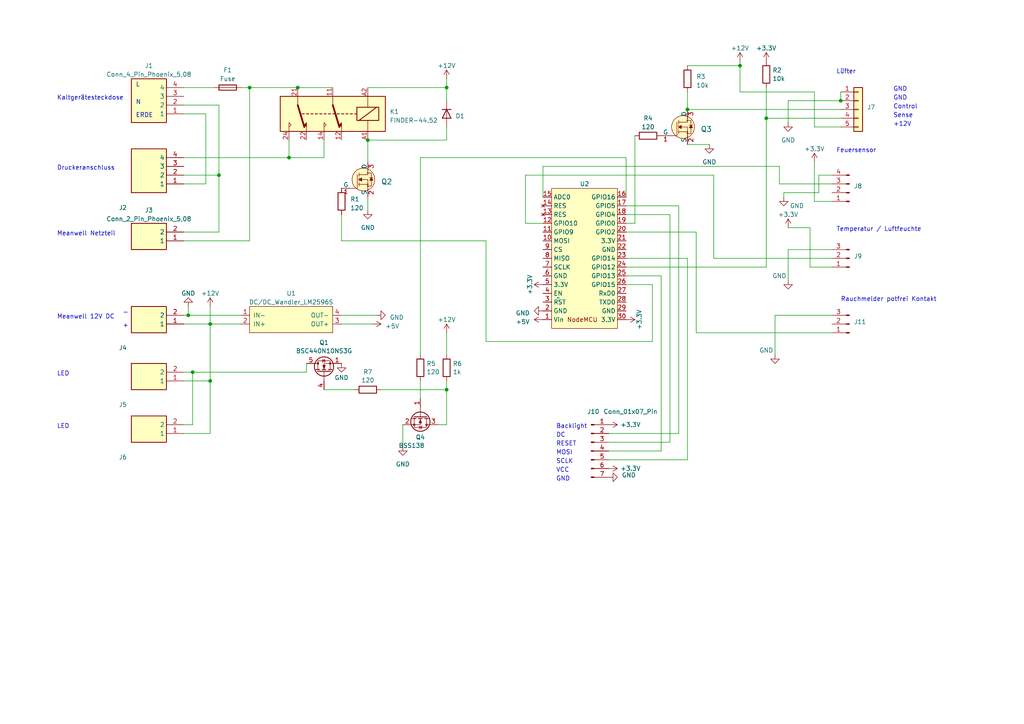
<source format=kicad_sch>
(kicad_sch (version 20230121) (generator eeschema)
  (paper "A4")
  (lib_symbols
    (symbol "1_ene9ba_Library:Conn_01x03_Pin" (pin_names (offset 1.016) hide)
      (property "Reference" "J" (at 0 5.08 0))
      (property "Value" "Conn_01x03_Pin" (at 0 -5.08 0))
      (symbol "Conn_01x03_Pin_1_1"
        (polyline (pts (xy 1.27 -2.54) (xy 0.8636 -2.54)) (stroke (width 0.1524)))
        (polyline (pts (xy 1.27 0) (xy 0.8636 0)) (stroke (width 0.1524)))
        (polyline (pts (xy 1.27 2.54) (xy 0.8636 2.54)) (stroke (width 0.1524)))
        (rectangle (start 0.8636 -2.413) (end 0 -2.667) (stroke (width 0.1524)) (fill (type outline)))
        (rectangle (start 0.8636 0.127) (end 0 -0.127) (stroke (width 0.1524)) (fill (type outline)))
        (rectangle (start 0.8636 2.667) (end 0 2.413) (stroke (width 0.1524)) (fill (type outline)))
        (pin passive line (at 5.08 2.54 180) (length 3.81) (name "Pin_1") (number "1"))
        (pin passive line (at 5.08 0 180) (length 3.81) (name "Pin_2") (number "2"))
        (pin passive line (at 5.08 -2.54 180) (length 3.81) (name "Pin_3") (number "3"))
      )
    )
    (symbol "1_ene9ba_Library:Conn_01x04_Pin_JST-XHP" (pin_names (offset 1.016) hide)
      (property "Reference" "J" (at 0 5.08 0))
      (property "Value" "Conn_01x04_Pin_JST-XHP" (at 0 -7.62 0))
      (symbol "Conn_01x04_Pin_JST-XHP_1_1"
        (polyline (pts (xy 1.27 -5.08) (xy 0.8636 -5.08)) (stroke (width 0.1524)))
        (polyline (pts (xy 1.27 -2.54) (xy 0.8636 -2.54)) (stroke (width 0.1524)))
        (polyline (pts (xy 1.27 0) (xy 0.8636 0)) (stroke (width 0.1524)))
        (polyline (pts (xy 1.27 2.54) (xy 0.8636 2.54)) (stroke (width 0.1524)))
        (rectangle (start 0.8636 -4.953) (end 0 -5.207) (stroke (width 0.1524)) (fill (type outline)))
        (rectangle (start 0.8636 -2.413) (end 0 -2.667) (stroke (width 0.1524)) (fill (type outline)))
        (rectangle (start 0.8636 0.127) (end 0 -0.127) (stroke (width 0.1524)) (fill (type outline)))
        (rectangle (start 0.8636 2.667) (end 0 2.413) (stroke (width 0.1524)) (fill (type outline)))
        (pin passive line (at 5.08 2.54 180) (length 3.81) (name "Pin_1") (number "1"))
        (pin passive line (at 5.08 0 180) (length 3.81) (name "Pin_2") (number "2"))
        (pin passive line (at 5.08 -2.54 180) (length 3.81) (name "Pin_3") (number "3"))
        (pin passive line (at 5.08 -5.08 180) (length 3.81) (name "Pin_4") (number "4"))
      )
    )
    (symbol "1_ene9ba_Library:Conn_01x07_Pin" (pin_names (offset 1.016) hide)
      (property "Reference" "J" (at 0 10.16 0))
      (property "Value" "Conn_01x07_Pin" (at 0 -10.16 0))
      (symbol "Conn_01x07_Pin_1_1"
        (polyline (pts (xy 1.27 -7.62) (xy 0.8636 -7.62)) (stroke (width 0.1524)))
        (polyline (pts (xy 1.27 -5.08) (xy 0.8636 -5.08)) (stroke (width 0.1524)))
        (polyline (pts (xy 1.27 -2.54) (xy 0.8636 -2.54)) (stroke (width 0.1524)))
        (polyline (pts (xy 1.27 0) (xy 0.8636 0)) (stroke (width 0.1524)))
        (polyline (pts (xy 1.27 2.54) (xy 0.8636 2.54)) (stroke (width 0.1524)))
        (polyline (pts (xy 1.27 5.08) (xy 0.8636 5.08)) (stroke (width 0.1524)))
        (polyline (pts (xy 1.27 7.62) (xy 0.8636 7.62)) (stroke (width 0.1524)))
        (rectangle (start 0.8636 -7.493) (end 0 -7.747) (stroke (width 0.1524)) (fill (type outline)))
        (rectangle (start 0.8636 -4.953) (end 0 -5.207) (stroke (width 0.1524)) (fill (type outline)))
        (rectangle (start 0.8636 -2.413) (end 0 -2.667) (stroke (width 0.1524)) (fill (type outline)))
        (rectangle (start 0.8636 0.127) (end 0 -0.127) (stroke (width 0.1524)) (fill (type outline)))
        (rectangle (start 0.8636 2.667) (end 0 2.413) (stroke (width 0.1524)) (fill (type outline)))
        (rectangle (start 0.8636 5.207) (end 0 4.953) (stroke (width 0.1524)) (fill (type outline)))
        (rectangle (start 0.8636 7.747) (end 0 7.493) (stroke (width 0.1524)) (fill (type outline)))
        (pin passive line (at 5.08 7.62 180) (length 3.81) (name "Pin_1") (number "1"))
        (pin passive line (at 5.08 5.08 180) (length 3.81) (name "Pin_2") (number "2"))
        (pin passive line (at 5.08 2.54 180) (length 3.81) (name "Pin_3") (number "3"))
        (pin passive line (at 5.08 0 180) (length 3.81) (name "Pin_4") (number "4"))
        (pin passive line (at 5.08 -2.54 180) (length 3.81) (name "Pin_5") (number "5"))
        (pin passive line (at 5.08 -5.08 180) (length 3.81) (name "Pin_6") (number "6"))
        (pin passive line (at 5.08 -7.62 180) (length 3.81) (name "Pin_7") (number "7"))
      )
    )
    (symbol "1_ene9ba_Library:Conn_2_Pin_Phoenix_5,08"
      (property "Reference" "J" (at 16.51 7.62 0))
      (property "Value" "Conn_2_Pin_Phoenix_5,08" (at 16.51 5.08 0))
      (symbol "Conn_2_Pin_Phoenix_5,08_1_1"
        (rectangle (start 5.08 2.54) (end 15.24 -5.08) (stroke (width 0.254)) (fill (type background)))
        (pin passive line (at 0 0 0) (length 5.08) (name "1") (number "1"))
        (pin passive line (at 0 -2.54 0) (length 5.08) (name "2") (number "2"))
      )
    )
    (symbol "1_ene9ba_Library:Conn_4_Pin_Phoenix_5,08"
      (property "Reference" "J" (at 16.51 7.62 0))
      (property "Value" "Conn_4_Pin_Phoenix_5,08" (at 16.51 5.08 0))
      (symbol "Conn_4_Pin_Phoenix_5,08_1_1"
        (rectangle (start 5.08 2.54) (end 15.24 -10.16) (stroke (width 0.254)) (fill (type background)))
        (pin passive line (at 0 0 0) (length 5.08) (name "1") (number "1"))
        (pin passive line (at 0 -2.54 0) (length 5.08) (name "2") (number "2"))
        (pin passive line (at 0 -5.08 0) (length 5.08) (name "3") (number "3"))
        (pin passive line (at 0 -7.62 0) (length 5.08) (name "4") (number "4"))
      )
    )
    (symbol "1_ene9ba_Library:DC/DC_Wandler_LM2596S" (pin_names (offset 1.016))
      (property "Reference" "U" (at 0 0 0))
      (property "Value" "DC/DC_Wandler_LM2596S" (at 0 -2.54 0))
      (symbol "DC/DC_Wandler_LM2596S_1_1"
        (rectangle (start -11.43 10.16) (end 12.7 2.54) (fill (type background)))
        (pin power_in line (at 15.24 5.08 180) (length 2.54) (name "IN-") (number "1"))
        (pin power_in line (at 15.24 7.62 180) (length 2.54) (name "IN+") (number "2"))
        (pin power_out line (at -13.97 7.62 0) (length 2.54) (name "OUT+") (number "3"))
        (pin power_out line (at -13.97 5.08 0) (length 2.54) (name "OUT-") (number "4"))
      )
    )
    (symbol "1_ene9ba_Library:FINDER-44.52"
      (property "Reference" "K" (at 16.51 3.81 0))
      (property "Value" "FINDER-44.52" (at 16.51 1.27 0))
      (symbol "FINDER-44.52_0_1"
        (rectangle (start -15.24 5.08) (end 15.24 -5.08) (stroke (width 0.254)) (fill (type background)))
        (rectangle (start -13.335 1.905) (end -6.985 -1.905) (stroke (width 0.254)))
        (polyline (pts (xy -12.7 -1.905) (xy -7.62 1.905)) (stroke (width 0.254)))
        (polyline (pts (xy -10.16 -5.08) (xy -10.16 -1.905)))
        (polyline (pts (xy -10.16 5.08) (xy -10.16 1.905)))
        (polyline (pts (xy -6.985 0) (xy -6.35 0)) (stroke (width 0.254)))
        (polyline (pts (xy -5.715 0) (xy -5.08 0)) (stroke (width 0.254)))
        (polyline (pts (xy -4.445 0) (xy -3.81 0)) (stroke (width 0.254)))
        (polyline (pts (xy -3.175 0) (xy -2.54 0)) (stroke (width 0.254)))
        (polyline (pts (xy -1.905 0) (xy -1.27 0)) (stroke (width 0.254)))
        (polyline (pts (xy -0.635 0) (xy 0 0)) (stroke (width 0.254)))
        (polyline (pts (xy 0 -2.54) (xy -1.905 3.81)) (stroke (width 0.508)))
        (polyline (pts (xy 0 -2.54) (xy 0 -5.08)))
        (polyline (pts (xy 0.635 0) (xy 1.27 0)) (stroke (width 0.254)))
        (polyline (pts (xy 1.905 0) (xy 2.54 0)) (stroke (width 0.254)))
        (polyline (pts (xy 3.175 0) (xy 3.81 0)) (stroke (width 0.254)))
        (polyline (pts (xy 4.445 0) (xy 5.08 0)) (stroke (width 0.254)))
        (polyline (pts (xy 5.715 0) (xy 6.35 0)) (stroke (width 0.254)))
        (polyline (pts (xy 6.985 0) (xy 7.62 0)) (stroke (width 0.254)))
        (polyline (pts (xy 8.255 0) (xy 8.89 0)) (stroke (width 0.254)))
        (polyline (pts (xy 10.16 -2.54) (xy 8.255 3.81)) (stroke (width 0.508)))
        (polyline (pts (xy 10.16 -2.54) (xy 10.16 -5.08)))
        (polyline (pts (xy -2.54 5.08) (xy -2.54 2.54) (xy -1.905 3.175) (xy -2.54 3.81)) (fill (type outline)))
        (polyline (pts (xy 2.54 5.08) (xy 2.54 2.54) (xy 1.905 3.175) (xy 2.54 3.81)))
        (polyline (pts (xy 7.62 5.08) (xy 7.62 2.54) (xy 8.255 3.175) (xy 7.62 3.81)) (fill (type outline)))
        (polyline (pts (xy 12.7 5.08) (xy 12.7 2.54) (xy 12.065 3.175) (xy 12.7 3.81)))
      )
      (symbol "FINDER-44.52_1_1"
        (pin passive line (at 0 -7.62 90) (length 2.54) (name "~") (number "11"))
        (pin passive line (at -2.54 7.62 270) (length 2.54) (name "~") (number "12"))
        (pin passive line (at 2.54 7.62 270) (length 2.54) (name "~") (number "14"))
        (pin passive line (at 10.16 -7.62 90) (length 2.54) (name "~") (number "21"))
        (pin passive line (at 7.62 7.62 270) (length 2.54) (name "~") (number "22"))
        (pin passive line (at 12.7 7.62 270) (length 2.54) (name "~") (number "24"))
        (pin passive line (at -10.16 7.62 270) (length 2.54) (name "~") (number "A1"))
        (pin passive line (at -10.16 -7.62 90) (length 2.54) (name "~") (number "A2"))
      )
    )
    (symbol "1_ene9ba_Library:Fuse" (pin_numbers hide) (pin_names (offset 0))
      (property "Reference" "F" (at 2.032 0 90))
      (property "Value" "Fuse" (at -3.81 0 90))
      (symbol "Fuse_0_1"
        (rectangle (start -0.762 -2.54) (end 0.762 2.54) (stroke (width 0.254)))
        (polyline (pts (xy 0 2.54) (xy 0 -2.54)))
      )
      (symbol "Fuse_1_1"
        (pin passive line (at 0 3.81 270) (length 1.27) (name "~") (number "1"))
        (pin passive line (at 0 -3.81 90) (length 1.27) (name "~") (number "2"))
      )
    )
    (symbol "1_ene9ba_Library:IRLML2402TRPBF" (pin_names (offset 0))
      (property "Reference" "Q" (at -2.6924 3.6322 0))
      (property "Value" "IRLML2402TRPBF" (at 3.4544 0 90))
      (symbol "IRLML2402TRPBF_0_1"
        (circle (center -1.27 0) (radius 3.302) (fill (type background)))
        (circle (center 0 -1.905) (radius 0.127))
        (circle (center 0 -1.397) (radius 0.127))
        (polyline (pts (xy 0 -1.397) (xy -2.54 -1.397)))
        (polyline (pts (xy -5.08 -2.54) (xy -3.048 -2.54) (xy -3.048 1.397)))
        (polyline (pts (xy 0 -2.54) (xy 0 0) (xy -2.54 0)))
        (polyline (pts (xy 0 2.54) (xy 0 1.397) (xy -2.54 1.397)))
        (polyline (pts (xy -0.127 -1.905) (xy 1.016 -1.905) (xy 1.016 1.397) (xy 1.016 1.905) (xy -0.127 1.905)))
        (circle (center 0 1.905) (radius 0.127))
      )
      (symbol "IRLML2402TRPBF_1_1"
        (polyline (pts (xy -2.54 -1.397) (xy -2.54 -1.905)))
        (polyline (pts (xy -2.54 -1.397) (xy -2.54 -0.889)))
        (polyline (pts (xy -2.54 0) (xy -2.54 -0.508)))
        (polyline (pts (xy -2.54 0) (xy -2.54 0.508)))
        (polyline (pts (xy -2.54 1.905) (xy -2.54 0.889)))
        (polyline (pts (xy 1.524 0.508) (xy 0.508 0.508)))
        (polyline (pts (xy -2.54 0) (xy -1.778 0.508) (xy -1.778 -0.508) (xy -2.54 0)) (fill (type outline)))
        (polyline (pts (xy 1.016 0.508) (xy 0.508 -0.254) (xy 1.524 -0.254) (xy 1.016 0.508)) (fill (type outline)))
        (pin bidirectional line (at -7.62 -2.54 0) (length 2.54) (name "G") (number "1"))
        (pin bidirectional line (at 0 -5.08 90) (length 2.54) (name "S") (number "2"))
        (pin bidirectional line (at 0 5.08 270) (length 2.54) (name "D") (number "3"))
      )
    )
    (symbol "1_ene9ba_Library:NodeMCU"
      (property "Reference" "U" (at -11.43 -22.86 0))
      (symbol "NodeMCU_1_1"
        (rectangle (start -17.78 11.43) (end 1.27 -29.21) (fill (type background)))
        (text "NodeMCU" (at -8.89 -26.67 0) (effects (font (size 1.27 1.27))))
        (pin power_in line (at -20.32 -26.67 0) (length 2.54) (name "Vin") (number "1"))
        (pin output line (at -20.32 -3.81 0) (length 2.54) (name "MOSI") (number "10"))
        (pin bidirectional line (at -20.32 -1.27 0) (length 2.54) (name "GPIO9") (number "11"))
        (pin bidirectional line (at -20.32 1.27 0) (length 2.54) (name "GPIO10") (number "12"))
        (pin no_connect line (at -20.32 3.81 0) (length 2.54) (name "RES") (number "13"))
        (pin no_connect line (at -20.32 6.35 0) (length 2.54) (name "RES") (number "14"))
        (pin input line (at -20.32 8.89 0) (length 2.54) (name "ADC0") (number "15"))
        (pin bidirectional line (at 3.81 8.89 180) (length 2.54) (name "GPIO16") (number "16"))
        (pin bidirectional line (at 3.81 6.35 180) (length 2.54) (name "GPIO5") (number "17"))
        (pin bidirectional line (at 3.81 3.81 180) (length 2.54) (name "GPIO4") (number "18"))
        (pin bidirectional line (at 3.81 1.27 180) (length 2.54) (name "GPIO0") (number "19"))
        (pin power_in line (at -20.32 -24.13 0) (length 2.54) (name "GND") (number "2"))
        (pin bidirectional line (at 3.81 -1.27 180) (length 2.54) (name "GPIO2") (number "20"))
        (pin power_in line (at 3.81 -3.81 180) (length 2.54) (name "3.3V") (number "21"))
        (pin power_in line (at 3.81 -6.35 180) (length 2.54) (name "GND") (number "22"))
        (pin bidirectional line (at 3.81 -8.89 180) (length 2.54) (name "GPIO14") (number "23"))
        (pin bidirectional line (at 3.81 -11.43 180) (length 2.54) (name "GPIO12") (number "24"))
        (pin bidirectional line (at 3.81 -13.97 180) (length 2.54) (name "GPIO13") (number "25"))
        (pin bidirectional line (at 3.81 -16.51 180) (length 2.54) (name "GPIO15") (number "26"))
        (pin input line (at 3.81 -19.05 180) (length 2.54) (name "RxD0") (number "27"))
        (pin output line (at 3.81 -21.59 180) (length 2.54) (name "TXD0") (number "28"))
        (pin power_in line (at 3.81 -24.13 180) (length 2.54) (name "GND") (number "29"))
        (pin input line (at -20.32 -21.59 0) (length 2.54) (name "RST") (number "3"))
        (pin power_in line (at 3.81 -26.67 180) (length 2.54) (name "3.3V") (number "30"))
        (pin input line (at -20.32 -19.05 0) (length 2.54) (name "EN") (number "4"))
        (pin power_in line (at -20.32 -16.51 0) (length 2.54) (name "3.3V") (number "5"))
        (pin power_in line (at -20.32 -13.97 0) (length 2.54) (name "GND") (number "6"))
        (pin output line (at -20.32 -11.43 0) (length 2.54) (name "SCLK") (number "7"))
        (pin input line (at -20.32 -8.89 0) (length 2.54) (name "MISO") (number "8"))
        (pin output line (at -20.32 -6.35 0) (length 2.54) (name "CS") (number "9"))
      )
    )
    (symbol "1_ene9ba_Library:R" (pin_numbers hide) (pin_names (offset 0))
      (property "Reference" "R" (at 2.032 0 90))
      (property "Value" "R" (at 0 0 90))
      (symbol "R_0_1"
        (rectangle (start -1.016 -2.54) (end 1.016 2.54) (stroke (width 0.254)))
      )
      (symbol "R_1_1"
        (pin passive line (at 0 3.81 270) (length 1.27) (name "~") (number "1"))
        (pin passive line (at 0 -3.81 90) (length 1.27) (name "~") (number "2"))
      )
    )
    (symbol "1_ene9ba_Library:Shottky_MBRS 1100 SMD" (pin_numbers hide) (pin_names hide)
      (property "Reference" "D" (at 0 2.54 0))
      (property "Value" "MBRS 1100 SMD Schottkydiode, 100 V, 1 A, DO-214AA" (at 0 -2.54 0))
      (symbol "Shottky_MBRS 1100 SMD_0_1"
        (polyline (pts (xy -1.27 1.27) (xy -1.27 -1.27)) (stroke (width 0.254)))
        (polyline (pts (xy 1.27 0) (xy -1.27 0)))
        (polyline (pts (xy 1.27 1.27) (xy 1.27 -1.27) (xy -1.27 0) (xy 1.27 1.27)) (stroke (width 0.254)))
      )
      (symbol "Shottky_MBRS 1100 SMD_1_1"
        (pin passive line (at -3.81 0 0) (length 2.54) (name "K") (number "1"))
        (pin passive line (at 3.81 0 180) (length 2.54) (name "A") (number "2"))
      )
    )
    (symbol "Conn_2_Pin_Phoenix_5,08_1"
      (property "Reference" "J" (at 16.51 7.62 0))
      (property "Value" "Conn_2_Pin_Phoenix_5,08" (at 16.51 5.08 0))
      (symbol "Conn_2_Pin_Phoenix_5,08_1_1_1"
        (rectangle (start 5.08 2.54) (end 15.24 -5.08) (stroke (width 0.254)) (fill (type background)))
        (pin passive line (at 0 0 0) (length 5.08) (name "1") (number "1"))
        (pin passive line (at 0 -2.54 0) (length 5.08) (name "2") (number "2"))
      )
    )
    (symbol "Conn_2_Pin_Phoenix_5,08_2"
      (property "Reference" "J" (at 16.51 7.62 0))
      (property "Value" "Conn_2_Pin_Phoenix_5,08" (at 16.51 5.08 0))
      (symbol "Conn_2_Pin_Phoenix_5,08_2_1_1"
        (rectangle (start 5.08 2.54) (end 15.24 -5.08) (stroke (width 0.254)) (fill (type background)))
        (pin passive line (at 0 0 0) (length 5.08) (name "1") (number "1"))
        (pin passive line (at 0 -2.54 0) (length 5.08) (name "2") (number "2"))
      )
    )
    (symbol "Conn_2_Pin_Phoenix_5,08_3"
      (property "Reference" "J" (at 16.51 7.62 0))
      (property "Value" "Conn_2_Pin_Phoenix_5,08" (at 16.51 5.08 0))
      (symbol "Conn_2_Pin_Phoenix_5,08_3_1_1"
        (rectangle (start 5.08 2.54) (end 15.24 -5.08) (stroke (width 0.254)) (fill (type background)))
        (pin passive line (at 0 0 0) (length 5.08) (name "1") (number "1"))
        (pin passive line (at 0 -2.54 0) (length 5.08) (name "2") (number "2"))
      )
    )
    (symbol "Connector_Generic:Conn_01x05" (pin_names (offset 1.016) hide)
      (property "Reference" "J" (at 0 7.62 0))
      (property "Value" "Conn_01x05" (at 0 -7.62 0))
      (symbol "Conn_01x05_1_1"
        (rectangle (start -1.27 -4.953) (end 0 -5.207) (stroke (width 0.1524)))
        (rectangle (start -1.27 -2.413) (end 0 -2.667) (stroke (width 0.1524)))
        (rectangle (start -1.27 0.127) (end 0 -0.127) (stroke (width 0.1524)))
        (rectangle (start -1.27 2.667) (end 0 2.413) (stroke (width 0.1524)))
        (rectangle (start -1.27 5.207) (end 0 4.953) (stroke (width 0.1524)))
        (rectangle (start -1.27 6.35) (end 1.27 -6.35) (stroke (width 0.254)) (fill (type background)))
        (pin passive line (at -5.08 5.08 0) (length 3.81) (name "Pin_1") (number "1"))
        (pin passive line (at -5.08 2.54 0) (length 3.81) (name "Pin_2") (number "2"))
        (pin passive line (at -5.08 0 0) (length 3.81) (name "Pin_3") (number "3"))
        (pin passive line (at -5.08 -2.54 0) (length 3.81) (name "Pin_4") (number "4"))
        (pin passive line (at -5.08 -5.08 0) (length 3.81) (name "Pin_5") (number "5"))
      )
    )
    (symbol "Transistor_FET:BSC440N10NS3G" (pin_names hide)
      (property "Reference" "Q" (at 5.08 1.905 0))
      (property "Value" "BSC440N10NS3G" (at 5.08 0 0))
      (symbol "BSC440N10NS3G_0_1"
        (polyline (pts (xy 0.254 0) (xy -2.54 0)))
        (polyline (pts (xy 0.254 1.905) (xy 0.254 -1.905)) (stroke (width 0.254)))
        (polyline (pts (xy 0.762 -1.27) (xy 0.762 -2.286)) (stroke (width 0.254)))
        (polyline (pts (xy 0.762 0.508) (xy 0.762 -0.508)) (stroke (width 0.254)))
        (polyline (pts (xy 0.762 2.286) (xy 0.762 1.27)) (stroke (width 0.254)))
        (polyline (pts (xy 2.54 2.54) (xy 2.54 1.778)))
        (polyline (pts (xy 2.54 -2.54) (xy 2.54 0) (xy 0.762 0)))
        (polyline (pts (xy 0.762 -1.778) (xy 3.302 -1.778) (xy 3.302 1.778) (xy 0.762 1.778)))
        (polyline (pts (xy 1.016 0) (xy 2.032 0.381) (xy 2.032 -0.381) (xy 1.016 0)) (fill (type outline)))
        (polyline (pts (xy 2.794 0.508) (xy 2.921 0.381) (xy 3.683 0.381) (xy 3.81 0.254)))
        (polyline (pts (xy 3.302 0.381) (xy 2.921 -0.254) (xy 3.683 -0.254) (xy 3.302 0.381)))
        (circle (center 1.651 0) (radius 2.794) (stroke (width 0.254)))
        (circle (center 2.54 -1.778) (radius 0.254) (fill (type outline)))
        (circle (center 2.54 1.778) (radius 0.254) (fill (type outline)))
      )
      (symbol "BSC440N10NS3G_1_1"
        (pin passive line (at 2.54 -5.08 90) (length 2.54) (name "S") (number "1"))
        (pin passive line (at 2.54 -5.08 90) (length 2.54) hide (name "S") (number "2"))
        (pin passive line (at 2.54 -5.08 90) (length 2.54) hide (name "S") (number "3"))
        (pin passive line (at -5.08 0 0) (length 2.54) (name "G") (number "4"))
        (pin passive line (at 2.54 5.08 270) (length 2.54) (name "D") (number "5"))
      )
    )
    (symbol "Transistor_FET:BSS138" (pin_names hide)
      (property "Reference" "Q" (at 5.08 1.905 0))
      (property "Value" "BSS138" (at 5.08 0 0))
      (symbol "BSS138_0_1"
        (polyline (pts (xy 0.254 0) (xy -2.54 0)))
        (polyline (pts (xy 0.254 1.905) (xy 0.254 -1.905)) (stroke (width 0.254)))
        (polyline (pts (xy 0.762 -1.27) (xy 0.762 -2.286)) (stroke (width 0.254)))
        (polyline (pts (xy 0.762 0.508) (xy 0.762 -0.508)) (stroke (width 0.254)))
        (polyline (pts (xy 0.762 2.286) (xy 0.762 1.27)) (stroke (width 0.254)))
        (polyline (pts (xy 2.54 2.54) (xy 2.54 1.778)))
        (polyline (pts (xy 2.54 -2.54) (xy 2.54 0) (xy 0.762 0)))
        (polyline (pts (xy 0.762 -1.778) (xy 3.302 -1.778) (xy 3.302 1.778) (xy 0.762 1.778)))
        (polyline (pts (xy 1.016 0) (xy 2.032 0.381) (xy 2.032 -0.381) (xy 1.016 0)) (fill (type outline)))
        (polyline (pts (xy 2.794 0.508) (xy 2.921 0.381) (xy 3.683 0.381) (xy 3.81 0.254)))
        (polyline (pts (xy 3.302 0.381) (xy 2.921 -0.254) (xy 3.683 -0.254) (xy 3.302 0.381)))
        (circle (center 1.651 0) (radius 2.794) (stroke (width 0.254)))
        (circle (center 2.54 -1.778) (radius 0.254) (fill (type outline)))
        (circle (center 2.54 1.778) (radius 0.254) (fill (type outline)))
      )
      (symbol "BSS138_1_1"
        (pin input line (at -5.08 0 0) (length 2.54) (name "G") (number "1"))
        (pin passive line (at 2.54 -5.08 90) (length 2.54) (name "S") (number "2"))
        (pin passive line (at 2.54 5.08 270) (length 2.54) (name "D") (number "3"))
      )
    )
    (symbol "power:+12V" (power) (pin_names (offset 0))
      (property "Value" "+12V" (at 0 3.556 0))
      (symbol "+12V_0_1"
        (polyline (pts (xy -0.762 1.27) (xy 0 2.54)))
        (polyline (pts (xy 0 0) (xy 0 2.54)))
        (polyline (pts (xy 0 2.54) (xy 0.762 1.27)))
      )
      (symbol "+12V_1_1"
        (pin power_in line (at 0 0 90) (length 0) hide (name "+12V") (number "1"))
      )
    )
    (symbol "power:+3.3V" (power) (pin_names (offset 0))
      (property "Value" "+3.3V" (at 0 3.556 0))
      (symbol "+3.3V_0_1"
        (polyline (pts (xy -0.762 1.27) (xy 0 2.54)))
        (polyline (pts (xy 0 0) (xy 0 2.54)))
        (polyline (pts (xy 0 2.54) (xy 0.762 1.27)))
      )
      (symbol "+3.3V_1_1"
        (pin power_in line (at 0 0 90) (length 0) hide (name "+3.3V") (number "1"))
      )
    )
    (symbol "power:+5V" (power) (pin_names (offset 0))
      (property "Value" "+5V" (at 0 3.556 0))
      (symbol "+5V_0_1"
        (polyline (pts (xy -0.762 1.27) (xy 0 2.54)))
        (polyline (pts (xy 0 0) (xy 0 2.54)))
        (polyline (pts (xy 0 2.54) (xy 0.762 1.27)))
      )
      (symbol "+5V_1_1"
        (pin power_in line (at 0 0 90) (length 0) hide (name "+5V") (number "1"))
      )
    )
    (symbol "power:GND" (power) (pin_names (offset 0))
      (property "Value" "GND" (at 0 -3.81 0))
      (symbol "GND_0_1"
        (polyline (pts (xy 0 0) (xy 0 -1.27) (xy 1.27 -1.27) (xy 0 -2.54) (xy -1.27 -1.27) (xy 0 -1.27)))
      )
      (symbol "GND_1_1"
        (pin power_in line (at 0 0 270) (length 0) hide (name "GND") (number "1"))
      )
    )
  )
  (junction (at 106.68 40.64))
  (junction (at 222.25 34.29))
  (junction (at 83.82 45.72))
  (junction (at 54.61 91.44))
  (junction (at 129.54 25.4))
  (junction (at 60.96 93.98))
  (junction (at 86.36 25.4))
  (junction (at 199.39 31.75))
  (junction (at 63.5 50.8))
  (junction (at 55.88 107.95))
  (junction (at 129.54 113.03))
  (junction (at 60.96 110.49))
  (junction (at 72.39 25.4))
  (junction (at 243.84 29.21))
  (junction (at 214.63 19.05))
  (wire (pts (xy 224.79 91.44) (xy 241.3 91.44)))
  (wire (pts (xy 189.23 99.06) (xy 140.97 99.06)))
  (wire (pts (xy 83.82 45.72) (xy 93.98 45.72)))
  (wire (pts (xy 199.39 26.67) (xy 199.39 31.75)))
  (wire (pts (xy 127 123.19) (xy 129.54 123.19)))
  (wire (pts (xy 60.96 88.9) (xy 60.96 93.98)))
  (wire (pts (xy 129.54 25.4) (xy 129.54 29.21)))
  (wire (pts (xy 99.06 93.98) (xy 107.95 93.98)))
  (wire (pts (xy 55.88 107.95) (xy 88.9 107.95)))
  (wire (pts (xy 88.9 107.95) (xy 88.9 105.41)))
  (wire (pts (xy 93.98 40.64) (xy 93.98 45.72)))
  (wire (pts (xy 181.61 82.55) (xy 189.23 82.55)))
  (wire (pts (xy 236.22 26.67) (xy 214.63 26.67)))
  (wire (pts (xy 53.34 107.95) (xy 55.88 107.95)))
  (wire (pts (xy 53.34 93.98) (xy 60.96 93.98)))
  (wire (pts (xy 55.88 123.19) (xy 53.34 123.19)))
  (wire (pts (xy 60.96 93.98) (xy 69.85 93.98)))
  (wire (pts (xy 181.61 77.47) (xy 222.25 77.47)))
  (wire (pts (xy 116.84 123.19) (xy 116.84 129.54)))
  (wire (pts (xy 106.68 40.64) (xy 129.54 40.64)))
  (wire (pts (xy 54.61 91.44) (xy 69.85 91.44)))
  (wire (pts (xy 214.63 19.05) (xy 214.63 26.67)))
  (wire (pts (xy 243.84 36.83) (xy 236.22 36.83)))
  (wire (pts (xy 241.3 77.47) (xy 234.95 77.47)))
  (wire (pts (xy 191.77 80.01) (xy 181.61 80.01)))
  (wire (pts (xy 72.39 25.4) (xy 72.39 69.85)))
  (wire (pts (xy 59.69 33.02) (xy 59.69 53.34)))
  (wire (pts (xy 152.4 64.77) (xy 152.4 50.8)))
  (wire (pts (xy 121.92 110.49) (xy 121.92 115.57)))
  (wire (pts (xy 129.54 22.86) (xy 129.54 25.4)))
  (wire (pts (xy 53.34 110.49) (xy 60.96 110.49)))
  (wire (pts (xy 121.92 45.72) (xy 121.92 102.87)))
  (wire (pts (xy 72.39 69.85) (xy 53.34 69.85)))
  (wire (pts (xy 59.69 53.34) (xy 53.34 53.34)))
  (wire (pts (xy 191.77 80.01) (xy 191.77 130.81)))
  (wire (pts (xy 63.5 30.48) (xy 63.5 50.8)))
  (wire (pts (xy 129.54 110.49) (xy 129.54 113.03)))
  (wire (pts (xy 53.34 33.02) (xy 59.69 33.02)))
  (wire (pts (xy 53.34 91.44) (xy 54.61 91.44)))
  (wire (pts (xy 199.39 19.05) (xy 214.63 19.05)))
  (wire (pts (xy 72.39 25.4) (xy 86.36 25.4)))
  (wire (pts (xy 214.63 17.78) (xy 214.63 19.05)))
  (wire (pts (xy 237.49 55.88) (xy 227.33 55.88)))
  (wire (pts (xy 228.6 72.39) (xy 228.6 81.28)))
  (wire (pts (xy 157.48 48.26) (xy 226.06 48.26)))
  (wire (pts (xy 222.25 25.4) (xy 222.25 34.29)))
  (wire (pts (xy 181.61 64.77) (xy 184.15 64.77)))
  (wire (pts (xy 54.61 88.9) (xy 54.61 91.44)))
  (wire (pts (xy 181.61 74.93) (xy 199.39 74.93)))
  (wire (pts (xy 53.34 25.4) (xy 62.23 25.4)))
  (wire (pts (xy 199.39 41.91) (xy 205.74 41.91)))
  (wire (pts (xy 176.53 133.35) (xy 199.39 133.35)))
  (wire (pts (xy 201.93 96.52) (xy 241.3 96.52)))
  (wire (pts (xy 129.54 113.03) (xy 129.54 123.19)))
  (wire (pts (xy 226.06 48.26) (xy 226.06 53.34)))
  (wire (pts (xy 69.85 25.4) (xy 72.39 25.4)))
  (wire (pts (xy 196.85 125.73) (xy 176.53 125.73)))
  (wire (pts (xy 228.6 29.21) (xy 228.6 35.56)))
  (wire (pts (xy 140.97 99.06) (xy 140.97 69.85)))
  (wire (pts (xy 53.34 45.72) (xy 83.82 45.72)))
  (wire (pts (xy 243.84 26.67) (xy 243.84 29.21)))
  (wire (pts (xy 194.31 62.23) (xy 194.31 128.27)))
  (wire (pts (xy 181.61 45.72) (xy 121.92 45.72)))
  (wire (pts (xy 152.4 50.8) (xy 207.01 50.8)))
  (wire (pts (xy 99.06 62.23) (xy 99.06 69.85)))
  (wire (pts (xy 106.68 57.15) (xy 106.68 60.96)))
  (wire (pts (xy 236.22 58.42) (xy 236.22 46.99)))
  (wire (pts (xy 237.49 50.8) (xy 241.3 50.8)))
  (wire (pts (xy 227.33 55.88) (xy 227.33 57.15)))
  (wire (pts (xy 106.68 40.64) (xy 106.68 46.99)))
  (wire (pts (xy 189.23 82.55) (xy 189.23 99.06)))
  (wire (pts (xy 55.88 107.95) (xy 55.88 123.19)))
  (wire (pts (xy 157.48 64.77) (xy 152.4 64.77)))
  (wire (pts (xy 83.82 40.64) (xy 83.82 45.72)))
  (wire (pts (xy 53.34 30.48) (xy 63.5 30.48)))
  (wire (pts (xy 106.68 25.4) (xy 129.54 25.4)))
  (wire (pts (xy 129.54 36.83) (xy 129.54 40.64)))
  (wire (pts (xy 181.61 59.69) (xy 196.85 59.69)))
  (wire (pts (xy 184.15 39.37) (xy 184.15 64.77)))
  (wire (pts (xy 199.39 74.93) (xy 199.39 133.35)))
  (wire (pts (xy 234.95 77.47) (xy 234.95 66.04)))
  (wire (pts (xy 199.39 31.75) (xy 243.84 31.75)))
  (wire (pts (xy 224.79 102.87) (xy 224.79 91.44)))
  (wire (pts (xy 99.06 91.44) (xy 109.22 91.44)))
  (wire (pts (xy 207.01 74.93) (xy 241.3 74.93)))
  (wire (pts (xy 237.49 50.8) (xy 237.49 55.88)))
  (wire (pts (xy 236.22 36.83) (xy 236.22 26.67)))
  (wire (pts (xy 93.98 113.03) (xy 102.87 113.03)))
  (wire (pts (xy 222.25 34.29) (xy 243.84 34.29)))
  (wire (pts (xy 222.25 34.29) (xy 222.25 77.47)))
  (wire (pts (xy 234.95 66.04) (xy 228.6 66.04)))
  (wire (pts (xy 226.06 53.34) (xy 241.3 53.34)))
  (wire (pts (xy 157.48 57.15) (xy 157.48 48.26)))
  (wire (pts (xy 241.3 58.42) (xy 236.22 58.42)))
  (wire (pts (xy 241.3 72.39) (xy 228.6 72.39)))
  (wire (pts (xy 129.54 96.52) (xy 129.54 102.87)))
  (wire (pts (xy 201.93 67.31) (xy 201.93 96.52)))
  (wire (pts (xy 53.34 125.73) (xy 60.96 125.73)))
  (wire (pts (xy 63.5 67.31) (xy 63.5 50.8)))
  (wire (pts (xy 60.96 110.49) (xy 60.96 93.98)))
  (wire (pts (xy 99.06 69.85) (xy 140.97 69.85)))
  (wire (pts (xy 207.01 50.8) (xy 207.01 74.93)))
  (wire (pts (xy 63.5 50.8) (xy 53.34 50.8)))
  (wire (pts (xy 53.34 67.31) (xy 63.5 67.31)))
  (wire (pts (xy 194.31 128.27) (xy 176.53 128.27)))
  (wire (pts (xy 181.61 57.15) (xy 181.61 45.72)))
  (wire (pts (xy 60.96 125.73) (xy 60.96 110.49)))
  (wire (pts (xy 181.61 62.23) (xy 194.31 62.23)))
  (wire (pts (xy 176.53 130.81) (xy 191.77 130.81)))
  (wire (pts (xy 243.84 29.21) (xy 228.6 29.21)))
  (wire (pts (xy 181.61 67.31) (xy 201.93 67.31)))
  (wire (pts (xy 86.36 25.4) (xy 96.52 25.4)))
  (wire (pts (xy 110.49 113.03) (xy 129.54 113.03)))
  (wire (pts (xy 196.85 59.69) (xy 196.85 125.73)))
  (text "VCC" (at 161.29 137.16 0) (effects (font (size 1.27 1.27)) (justify left bottom)))
  (text "ERDE" (at 39.37 34.29 0) (effects (font (size 1.27 1.27)) (justify left bottom)))
  (text "Meanwell Netzteil" (at 16.51 68.58 0) (effects (font (size 1.27 1.27)) (justify left bottom)))
  (text "RESET" (at 161.29 129.54 0) (effects (font (size 1.27 1.27)) (justify left bottom)))
  (text "Lüfter" (at 242.57 21.59 0) (effects (font (size 1.27 1.27)) (justify left bottom)))
  (text "N" (at 39.37 30.48 0) (effects (font (size 1.27 1.27)) (justify left bottom)))
  (text "L" (at 39.37 25.4 0) (effects (font (size 1.27 1.27)) (justify left bottom)))
  (text "GND" (at 259.08 29.21 0) (effects (font (size 1.27 1.27)) (justify left bottom)))
  (text "Kaltgerätesteckdose" (at 16.51 29.21 0) (effects (font (size 1.27 1.27)) (justify left bottom)))
  (text "Backlight" (at 161.29 124.46 0) (effects (font (size 1.27 1.27)) (justify left bottom)))
  (text "Control\n" (at 259.08 31.75 0) (effects (font (size 1.27 1.27)) (justify left bottom)))
  (text "Druckeranschluss" (at 16.51 49.53 0) (effects (font (size 1.27 1.27)) (justify left bottom)))
  (text "Feuersensor" (at 242.57 44.45 0) (effects (font (size 1.27 1.27)) (justify left bottom)))
  (text "DC" (at 161.29 127 0) (effects (font (size 1.27 1.27)) (justify left bottom)))
  (text "Meanwell 12V DC" (at 16.51 92.71 0) (effects (font (size 1.27 1.27)) (justify left bottom)))
  (text "+12V" (at 259.08 36.83 0) (effects (font (size 1.27 1.27)) (justify left bottom)))
  (text "LED" (at 16.51 124.46 0) (effects (font (size 1.27 1.27)) (justify left bottom)))
  (text "-" (at 35.56 91.44 0) (effects (font (size 1.27 1.27)) (justify left bottom)))
  (text "LED" (at 16.51 109.22 0) (effects (font (size 1.27 1.27)) (justify left bottom)))
  (text "Temperatur / Luftfeuchte" (at 242.57 67.31 0) (effects (font (size 1.27 1.27)) (justify left bottom)))
  (text "Rauchmelder potfrei Kontakt" (at 243.84 87.63 0) (effects (font (size 1.27 1.27)) (justify left bottom)))
  (text "GND" (at 161.29 139.7 0) (effects (font (size 1.27 1.27)) (justify left bottom)))
  (text "Sense" (at 259.08 34.29 0) (effects (font (size 1.27 1.27)) (justify left bottom)))
  (text "SCLK" (at 161.29 134.62 0) (effects (font (size 1.27 1.27)) (justify left bottom)))
  (text "MOSI" (at 161.29 132.08 0) (effects (font (size 1.27 1.27)) (justify left bottom)))
  (text "GND" (at 259.08 26.67 0) (effects (font (size 1.27 1.27)) (justify left bottom)))
  (text "+" (at 35.56 95.25 0) (effects (font (size 1.27 1.27)) (justify left bottom)))
  (symbol (lib_id "power:+12V") (at 129.54 96.52 0) (unit 1)
    (property "Reference" "#PWR021" (effects hide))
    (property "Value" "+12V" (at 129.54 92.71 0))
  )
  (symbol (lib_name "Conn_2_Pin_Phoenix_5,08_2") (lib_id "1_ene9ba_Library:Conn_2_Pin_Phoenix_5,08") (at 53.34 93.98 180) (unit 1)
    (property "Reference" "J4" (at 36.83 101.6 0) (effects (justify left top)))
    (property "Value" "Conn_2_Pin_Phoenix_5,08" (effects hide))
    (property "Footprint" "1_ene9ba-footprint:1757242" (effects hide))
    (property "Datasheet" "http://www.phoenixcontact.com/de/produkte/1757242/pdf" (effects hide))
    (property "Height" "8.72" (effects hide))
    (property "Manufacturer_Name" "Phoenix Contact" (effects hide))
    (property "Manufacturer_Part_Number" "1757242" (effects hide))
    (property "Mouser Part Number" "651-1757242" (effects hide))
    (property "Mouser Price/Stock" "https://www.mouser.co.uk/ProductDetail/Phoenix-Contact/1757242?qs=uD%2FdkN7XIa3Ejiz9qDxlzw%3D%3D" (effects hide))
    (property "Arrow Part Number" "1757242" (effects hide))
    (property "Arrow Price/Stock" "https://www.arrow.com/en/products/1757242/phoenix-contact?region=nac" (effects hide))
  )
  (symbol (lib_id "1_ene9ba_Library:Conn_4_Pin_Phoenix_5,08") (at 53.34 33.02 180) (unit 1)
    (property "Reference" "J1" (at 43.18 19.05 0))
    (property "Value" "Conn_4_Pin_Phoenix_5,08" (at 43.18 21.59 0))
    (property "Footprint" "1_ene9ba-footprint:1757268" (effects hide))
    (property "Datasheet" "http://www.phoenixcontact.com/de/produkte/1757268/pdf" (effects hide))
    (property "Height" "8.72" (effects hide))
    (property "Manufacturer_Name" "Phoenix Contact" (effects hide))
    (property "Manufacturer_Part_Number" "1757268" (effects hide))
    (property "Mouser Part Number" "651-1757268" (effects hide))
    (property "Mouser Price/Stock" "https://www.mouser.co.uk/ProductDetail/Phoenix-Contact/1757268?qs=uD%2FdkN7XIa2BicmSj3mD7g%3D%3D" (effects hide))
    (property "Arrow Part Number" "1757268" (effects hide))
    (property "Arrow Price/Stock" "https://www.arrow.com/en/products/1757268/phoenix-contact?region=nac" (effects hide))
  )
  (symbol (lib_id "power:GND") (at 116.84 129.54 0) (unit 1)
    (property "Reference" "#PWR01" (effects hide))
    (property "Value" "GND" (at 116.84 134.62 0))
  )
  (symbol (lib_id "power:GND") (at 228.6 81.28 0) (unit 1)
    (property "Reference" "#PWR020" (effects hide))
    (property "Value" "GND" (at 226.06 80.01 0))
  )
  (symbol (lib_id "1_ene9ba_Library:R") (at 199.39 22.86 180) (unit 1)
    (property "Reference" "R3" (at 201.93 22.225 0) (effects (justify right)))
    (property "Value" "10k" (at 201.93 24.765 0) (effects (justify right)))
    (property "Footprint" "Resistor_SMD:R_0805_2012Metric_Pad1.20x1.40mm_HandSolder" (effects hide))
  )
  (symbol (lib_id "power:GND") (at 205.74 41.91 0) (unit 1)
    (property "Reference" "#PWR016" (effects hide))
    (property "Value" "GND" (at 205.74 46.99 0))
  )
  (symbol (lib_id "power:+3.3V") (at 176.53 135.89 270) (unit 1)
    (property "Reference" "#PWR011" (effects hide))
    (property "Value" "+3.3V" (at 182.88 135.89 90))
  )
  (symbol (lib_id "1_ene9ba_Library:R") (at 106.68 113.03 270) (unit 1)
    (property "Reference" "R7" (at 106.68 107.8697 90))
    (property "Value" "120" (at 106.68 110.2939 90))
    (property "Footprint" "Resistor_SMD:R_0805_2012Metric_Pad1.20x1.40mm_HandSolder" (effects hide))
  )
  (symbol (lib_id "1_ene9ba_Library:Shottky_MBRS 1100 SMD") (at 129.54 33.02 270) (unit 1)
    (property "Reference" "D1" (at 132.08 33.655 90) (effects (justify left)))
    (property "Value" "MBRS 1100 SMD Schottkydiode, 100 V, 1 A, DO-214AA" (effects hide))
    (property "Footprint" "Diode_SMD:D_SMB_Handsoldering" (effects hide))
    (property "Datasheet" "https://cdn-reichelt.de/documents/datenblatt/A400/MBRS1100SMD_ONS.pdf" (effects hide))
    (property "Sim.Device" "D" (effects hide))
    (property "Sim.Pins" "1=K 2=A" (effects hide))
  )
  (symbol (lib_id "1_ene9ba_Library:IRLML2402TRPBF") (at 106.68 52.07 0) (unit 1)
    (property "Reference" "Q2" (at 110.49 52.705 0) (effects (font (size 1.524 1.524)) (justify left)))
    (property "Value" "IRLML2402TRPBF" (effects hide))
    (property "Footprint" "1_ene9ba-footprint:SOT95P237X112-3N" (effects hide))
    (property "Datasheet" "https://www.infineon.com/dgdl/irlml2402pbf.pdf?fileId=5546d462533600a401535664e5ef25fa" (effects hide))
    (property "Digi-Key_PN" "IRLML2402PBFCT-ND" (effects hide))
    (property "MPN" "IRLML2402TRPBF" (effects hide))
    (property "Category" "Discrete Semiconductor Products" (effects hide))
    (property "Family" "Transistors - FETs, MOSFETs - Single" (effects hide))
    (property "DK_Datasheet_Link" "https://www.infineon.com/dgdl/irlml2402pbf.pdf?fileId=5546d462533600a401535664e5ef25fa" (effects hide))
    (property "DK_Detail_Page" "/product-detail/en/infineon-technologies/IRLML2402TRPBF/IRLML2402PBFCT-ND/812508" (effects hide))
    (property "Description" "MOSFET N-CH 20V 1.2A SOT-23" (effects hide))
    (property "Manufacturer" "Infineon Technologies" (effects hide))
    (property "Status" "Active" (effects hide))
  )
  (symbol (lib_id "1_ene9ba_Library:Conn_2_Pin_Phoenix_5,08") (at 53.34 110.49 180) (unit 1)
    (property "Reference" "J5" (at 36.83 118.11 0) (effects (justify left top)))
    (property "Value" "Conn_2_Pin_Phoenix_5,08" (effects hide))
    (property "Footprint" "1_ene9ba-footprint:1757242" (effects hide))
    (property "Datasheet" "http://www.phoenixcontact.com/de/produkte/1757242/pdf" (effects hide))
    (property "Height" "8.72" (effects hide))
    (property "Manufacturer_Name" "Phoenix Contact" (effects hide))
    (property "Manufacturer_Part_Number" "1757242" (effects hide))
    (property "Mouser Part Number" "651-1757242" (effects hide))
    (property "Mouser Price/Stock" "https://www.mouser.co.uk/ProductDetail/Phoenix-Contact/1757242?qs=uD%2FdkN7XIa3Ejiz9qDxlzw%3D%3D" (effects hide))
    (property "Arrow Part Number" "1757242" (effects hide))
    (property "Arrow Price/Stock" "https://www.arrow.com/en/products/1757242/phoenix-contact?region=nac" (effects hide))
  )
  (symbol (lib_id "power:GND") (at 224.79 102.87 0) (unit 1)
    (property "Reference" "#PWR024" (effects hide))
    (property "Value" "GND" (at 222.25 101.6 0))
  )
  (symbol (lib_id "power:+3.3V") (at 228.6 66.04 0) (unit 1)
    (property "Reference" "#PWR019" (effects hide))
    (property "Value" "+3.3V" (at 228.6 62.23 0))
  )
  (symbol (lib_id "power:+3.3V") (at 181.61 92.71 270) (unit 1)
    (property "Reference" "#PWR010" (effects hide))
    (property "Value" "+3.3V" (at 185.42 92.71 0))
  )
  (symbol (lib_name "Conn_2_Pin_Phoenix_5,08_1") (lib_id "1_ene9ba_Library:Conn_2_Pin_Phoenix_5,08") (at 53.34 69.85 180) (unit 1)
    (property "Reference" "J3" (at 43.18 60.96 0))
    (property "Value" "Conn_2_Pin_Phoenix_5,08" (at 43.18 63.5 0))
    (property "Footprint" "1_ene9ba-footprint:1757242" (effects hide))
    (property "Datasheet" "http://www.phoenixcontact.com/de/produkte/1757242/pdf" (effects hide))
    (property "Height" "8.72" (effects hide))
    (property "Manufacturer_Name" "Phoenix Contact" (effects hide))
    (property "Manufacturer_Part_Number" "1757242" (effects hide))
    (property "Mouser Part Number" "651-1757242" (effects hide))
    (property "Mouser Price/Stock" "https://www.mouser.co.uk/ProductDetail/Phoenix-Contact/1757242?qs=uD%2FdkN7XIa3Ejiz9qDxlzw%3D%3D" (effects hide))
    (property "Arrow Part Number" "1757242" (effects hide))
    (property "Arrow Price/Stock" "https://www.arrow.com/en/products/1757242/phoenix-contact?region=nac" (effects hide))
  )
  (symbol (lib_id "1_ene9ba_Library:NodeMCU") (at 177.8 66.04 0) (unit 1)
    (property "Reference" "U2" (at 169.545 53.34 0))
    (property "Value" "~" (at 161.925 86.36 0))
    (property "Footprint" "1_ene9ba-footprint:NodeMCU" (effects hide))
  )
  (symbol (lib_id "1_ene9ba_Library:FINDER-44.52") (at 96.52 33.02 180) (unit 1)
    (property "Reference" "K1" (at 113.03 32.385 0) (effects (justify right)))
    (property "Value" "FINDER-44.52" (at 113.03 34.925 0) (effects (justify right)))
    (property "Footprint" "1_ene9ba-footprint:Relay_DPDT_Finder_40.52" (effects hide))
    (property "Datasheet" "http://gfinder.findernet.com/assets/Series/359/S44EN.pdf" (effects hide))
  )
  (symbol (lib_id "1_ene9ba_Library:DC/DC_Wandler_LM2596S") (at 85.09 86.36 180) (unit 1)
    (property "Reference" "U1" (at 84.455 85.09 0))
    (property "Value" "DC/DC_Wandler_LM2596S" (at 84.455 87.63 0))
    (property "Footprint" "1_ene9ba-footprint:LM2596S_MODULE" (effects hide))
  )
  (symbol (lib_id "power:+3.3V") (at 222.25 17.78 0) (unit 1)
    (property "Reference" "#PWR014" (effects hide))
    (property "Value" "+3.3V" (at 222.25 13.97 0))
  )
  (symbol (lib_id "Transistor_FET:BSS138") (at 121.92 120.65 270) (unit 1)
    (property "Reference" "Q4" (at 121.92 126.8151 90))
    (property "Value" "BSS138" (at 119.38 129.2393 90))
    (property "Footprint" "Package_TO_SOT_SMD:SOT-23" (effects hide))
    (property "Datasheet" "https://www.onsemi.com/pub/Collateral/BSS138-D.PDF" (effects hide))
  )
  (symbol (lib_id "1_ene9ba_Library:Conn_01x07_Pin") (at 171.45 130.81 0) (unit 1)
    (property "Reference" "J10" (at 172.085 119.38 0))
    (property "Value" "Conn_01x07_Pin" (at 182.88 119.38 0))
    (property "Footprint" "Connector_JST:JST_XH_B7B-XH-A_1x07_P2.50mm_Vertical" (effects hide))
  )
  (symbol (lib_id "1_ene9ba_Library:Conn_01x04_Pin_JST-XHP") (at 246.38 55.88 180) (unit 1)
    (property "Reference" "J8" (at 247.65 53.975 0) (effects (justify right)))
    (property "Value" "Conn_01x04_Pin_JST-XHP" (effects hide))
    (property "Footprint" "Connector_JST:JST_XH_B4B-XH-A_1x04_P2.50mm_Vertical" (effects hide))
  )
  (symbol (lib_id "Transistor_FET:BSC440N10NS3G") (at 93.98 107.95 90) (unit 1)
    (property "Reference" "Q1" (at 93.98 99.3607 90))
    (property "Value" "BSC440N10NS3G" (at 93.98 101.7849 90))
    (property "Footprint" "Package_TO_SOT_SMD:TDSON-8-1" (effects hide))
    (property "Datasheet" "http://www.infineon.com/dgdl/Infineon-BSC440N10NS3-DS-v02_04-en.pdf?fileId=db3a30432239cccd0122604520d47f56" (effects hide))
  )
  (symbol (lib_id "power:+3.3V") (at 236.22 46.99 0) (unit 1)
    (property "Reference" "#PWR018" (effects hide))
    (property "Value" "+3.3V" (at 236.22 43.18 0))
  )
  (symbol (lib_id "power:GND") (at 176.53 138.43 90) (unit 1)
    (property "Reference" "#PWR09" (effects hide))
    (property "Value" "GND" (at 180.34 137.795 90) (effects (justify right)))
  )
  (symbol (lib_id "power:GND") (at 99.06 105.41 0) (unit 1)
    (property "Reference" "#PWR023" (effects hide))
    (property "Value" "GND" (at 99.06 109.5431 0))
  )
  (symbol (lib_id "power:GND") (at 157.48 90.17 270) (unit 1)
    (property "Reference" "#PWR08" (effects hide))
    (property "Value" "GND" (at 153.67 90.805 90) (effects (justify right)))
  )
  (symbol (lib_id "1_ene9ba_Library:Fuse") (at 66.04 25.4 90) (unit 1)
    (property "Reference" "F1" (at 66.04 20.32 90))
    (property "Value" "Fuse" (at 66.04 22.86 90))
    (property "Footprint" "1_ene9ba-footprint:Sicherungssockel rund" (effects hide))
  )
  (symbol (lib_id "1_ene9ba_Library:Conn_01x03_Pin") (at 246.38 93.98 180) (unit 1)
    (property "Reference" "J11" (at 247.65 93.345 0) (effects (justify right)))
    (property "Value" "Conn_01x03_Pin" (effects hide))
    (property "Footprint" "Connector_JST:JST_XH_B3B-XH-A_1x03_P2.50mm_Vertical" (effects hide))
  )
  (symbol (lib_id "1_ene9ba_Library:R") (at 129.54 106.68 180) (unit 1)
    (property "Reference" "R6" (at 131.318 105.4679 0) (effects (justify right)))
    (property "Value" "1k" (at 131.318 107.8921 0) (effects (justify right)))
    (property "Footprint" "Resistor_SMD:R_0805_2012Metric_Pad1.20x1.40mm_HandSolder" (effects hide))
  )
  (symbol (lib_id "power:GND") (at 228.6 35.56 0) (unit 1)
    (property "Reference" "#PWR013" (effects hide))
    (property "Value" "GND" (at 228.6 40.64 0))
  )
  (symbol (lib_id "power:GND") (at 106.68 60.96 0) (unit 1)
    (property "Reference" "#PWR06" (effects hide))
    (property "Value" "GND" (at 106.68 66.04 0))
  )
  (symbol (lib_id "power:+5V") (at 107.95 93.98 270) (unit 1)
    (property "Reference" "#PWR02" (effects hide))
    (property "Value" "+5V" (at 111.76 94.615 90) (effects (justify left)))
  )
  (symbol (lib_id "power:+3.3V") (at 157.48 82.55 90) (unit 1)
    (property "Reference" "#PWR025" (effects hide))
    (property "Value" "+3.3V" (at 153.67 82.55 0))
  )
  (symbol (lib_id "1_ene9ba_Library:Conn_4_Pin_Phoenix_5,08") (at 53.34 53.34 180) (unit 1)
    (property "Reference" "J2" (at 36.83 60.96 0) (effects (justify left top)))
    (property "Value" "Conn_4_Pin_Phoenix_5,08" (effects hide))
    (property "Footprint" "1_ene9ba-footprint:1757268" (effects hide))
    (property "Datasheet" "http://www.phoenixcontact.com/de/produkte/1757268/pdf" (effects hide))
    (property "Height" "8.72" (effects hide))
    (property "Manufacturer_Name" "Phoenix Contact" (effects hide))
    (property "Manufacturer_Part_Number" "1757268" (effects hide))
    (property "Mouser Part Number" "651-1757268" (effects hide))
    (property "Mouser Price/Stock" "https://www.mouser.co.uk/ProductDetail/Phoenix-Contact/1757268?qs=uD%2FdkN7XIa2BicmSj3mD7g%3D%3D" (effects hide))
    (property "Arrow Part Number" "1757268" (effects hide))
    (property "Arrow Price/Stock" "https://www.arrow.com/en/products/1757268/phoenix-contact?region=nac" (effects hide))
  )
  (symbol (lib_id "1_ene9ba_Library:Conn_01x03_Pin") (at 246.38 74.93 180) (unit 1)
    (property "Reference" "J9" (at 247.65 74.295 0) (effects (justify right)))
    (property "Value" "Conn_01x03_Pin" (effects hide))
    (property "Footprint" "Connector_JST:JST_XH_B3B-XH-A_1x03_P2.50mm_Vertical" (effects hide))
  )
  (symbol (lib_id "1_ene9ba_Library:R") (at 187.96 39.37 270) (unit 1)
    (property "Reference" "R4" (at 187.96 34.29 90))
    (property "Value" "120" (at 187.96 36.83 90))
    (property "Footprint" "Resistor_SMD:R_0805_2012Metric_Pad1.20x1.40mm_HandSolder" (effects hide))
  )
  (symbol (lib_id "power:+12V") (at 129.54 22.86 0) (unit 1)
    (property "Reference" "#PWR022" (effects hide))
    (property "Value" "+12V" (at 129.54 19.05 0))
  )
  (symbol (lib_id "power:GND") (at 109.22 91.44 90) (unit 1)
    (property "Reference" "#PWR03" (effects hide))
    (property "Value" "GND" (at 113.03 92.075 90) (effects (justify right)))
  )
  (symbol (lib_id "Connector_Generic:Conn_01x05") (at 248.92 31.75 0) (unit 1)
    (property "Reference" "J7" (at 251.46 31.115 0) (effects (justify left)))
    (property "Value" "Conn_01x05" (effects hide))
    (property "Footprint" "Connector_JST:JST_XH_B5B-XH-AM_1x05_P2.50mm_Vertical" (effects hide))
  )
  (symbol (lib_id "power:+12V") (at 214.63 17.78 0) (unit 1)
    (property "Reference" "#PWR015" (effects hide))
    (property "Value" "+12V" (at 214.63 13.97 0))
  )
  (symbol (lib_id "power:GND") (at 54.61 88.9 180) (unit 1)
    (property "Reference" "#PWR04" (effects hide))
    (property "Value" "GND" (at 54.61 85.09 0))
  )
  (symbol (lib_id "1_ene9ba_Library:IRLML2402TRPBF") (at 199.39 36.83 0) (unit 1)
    (property "Reference" "Q3" (at 203.2 37.465 0) (effects (font (size 1.524 1.524)) (justify left)))
    (property "Value" "IRLML2402TRPBF" (effects hide))
    (property "Footprint" "1_ene9ba-footprint:SOT95P237X112-3N" (effects hide))
    (property "Datasheet" "https://www.infineon.com/dgdl/irlml2402pbf.pdf?fileId=5546d462533600a401535664e5ef25fa" (effects hide))
    (property "Digi-Key_PN" "IRLML2402PBFCT-ND" (effects hide))
    (property "MPN" "IRLML2402TRPBF" (effects hide))
    (property "Category" "Discrete Semiconductor Products" (effects hide))
    (property "Family" "Transistors - FETs, MOSFETs - Single" (effects hide))
    (property "DK_Datasheet_Link" "https://www.infineon.com/dgdl/irlml2402pbf.pdf?fileId=5546d462533600a401535664e5ef25fa" (effects hide))
    (property "DK_Detail_Page" "/product-detail/en/infineon-technologies/IRLML2402TRPBF/IRLML2402PBFCT-ND/812508" (effects hide))
    (property "Description" "MOSFET N-CH 20V 1.2A SOT-23" (effects hide))
    (property "Manufacturer" "Infineon Technologies" (effects hide))
    (property "Status" "Active" (effects hide))
  )
  (symbol (lib_id "1_ene9ba_Library:R") (at 99.06 58.42 180) (unit 1)
    (property "Reference" "R1" (at 101.6 57.785 0) (effects (justify right)))
    (property "Value" "120" (at 101.6 60.325 0) (effects (justify right)))
    (property "Footprint" "Resistor_SMD:R_0805_2012Metric_Pad1.20x1.40mm_HandSolder" (effects hide))
  )
  (symbol (lib_id "power:GND") (at 227.33 57.15 0) (unit 1)
    (property "Reference" "#PWR017" (effects hide))
    (property "Value" "GND" (at 231.14 59.69 0))
  )
  (symbol (lib_id "power:+12V") (at 60.96 88.9 0) (unit 1)
    (property "Reference" "#PWR05" (effects hide))
    (property "Value" "+12V" (at 60.96 85.09 0))
  )
  (symbol (lib_name "Conn_2_Pin_Phoenix_5,08_3") (lib_id "1_ene9ba_Library:Conn_2_Pin_Phoenix_5,08") (at 53.34 125.73 180) (unit 1)
    (property "Reference" "J6" (at 36.83 133.35 0) (effects (justify left top)))
    (property "Value" "Conn_2_Pin_Phoenix_5,08" (effects hide))
    (property "Footprint" "1_ene9ba-footprint:1757242" (effects hide))
    (property "Datasheet" "http://www.phoenixcontact.com/de/produkte/1757242/pdf" (effects hide))
    (property "Height" "8.72" (effects hide))
    (property "Manufacturer_Name" "Phoenix Contact" (effects hide))
    (property "Manufacturer_Part_Number" "1757242" (effects hide))
    (property "Mouser Part Number" "651-1757242" (effects hide))
    (property "Mouser Price/Stock" "https://www.mouser.co.uk/ProductDetail/Phoenix-Contact/1757242?qs=uD%2FdkN7XIa3Ejiz9qDxlzw%3D%3D" (effects hide))
    (property "Arrow Part Number" "1757242" (effects hide))
    (property "Arrow Price/Stock" "https://www.arrow.com/en/products/1757242/phoenix-contact?region=nac" (effects hide))
  )
  (symbol (lib_id "1_ene9ba_Library:R") (at 121.92 106.68 180) (unit 1)
    (property "Reference" "R5" (at 123.698 105.4679 0) (effects (justify right)))
    (property "Value" "120" (at 123.698 107.8921 0) (effects (justify right)))
    (property "Footprint" "Resistor_SMD:R_0805_2012Metric_Pad1.20x1.40mm_HandSolder" (effects hide))
  )
  (symbol (lib_id "power:+5V") (at 157.48 92.71 90) (unit 1)
    (property "Reference" "#PWR07" (effects hide))
    (property "Value" "+5V" (at 153.67 93.345 90) (effects (justify left)))
  )
  (symbol (lib_id "1_ene9ba_Library:R") (at 222.25 21.59 180) (unit 1)
    (property "Reference" "R2" (at 224.028 20.3779 0) (effects (justify right)))
    (property "Value" "10k" (at 224.028 22.8021 0) (effects (justify right)))
    (property "Footprint" "Resistor_SMD:R_0805_2012Metric_Pad1.20x1.40mm_HandSolder" (effects hide))
  )
  (symbol (lib_id "power:+3.3V") (at 176.53 123.19 270) (unit 1)
    (property "Reference" "#PWR012" (effects hide))
    (property "Value" "+3.3V" (at 182.88 123.19 90))
  )
)
</source>
